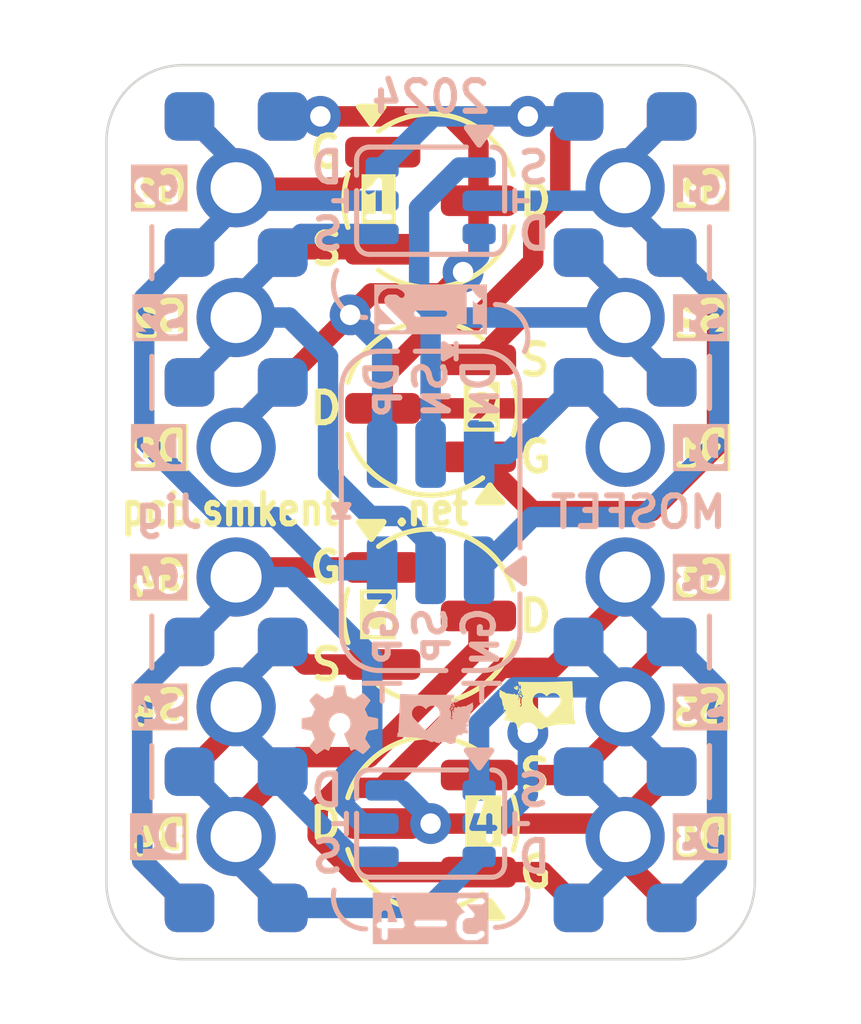
<source format=kicad_pcb>
(kicad_pcb (version 20240108) (generator "pcbnew") (generator_version "8.0")
  (layers (0 "F.Cu" signal) (31 "B.Cu" signal) (34 "B.Paste" user) (35 "F.Paste" user) (36 "B.SilkS" user "B.Silkscreen") (37 "F.SilkS" user "F.Silkscreen") (38 "B.Mask" user) (39 "F.Mask" user) (44 "Edge.Cuts" user))
  (net 0 "")
  (net 1 "L5")
  (net 2 "L6")
  (net 3 "L1")
  (net 4 "L3")
  (net 5 "L4")
  (net 6 "L2")
  (net 7 "R5")
  (net 8 "R4")
  (net 9 "R3")
  (net 10 "R6")
  (net 11 "R1")
  (net 12 "R2")
  (footprint "custom:R_0603_1608Metric_Pad0.98x0.95mm_HandSolder_simple" (layer "F.Cu") (at 109.22 100.203 180)
    (property "Reference" "R9" (hide yes))
    (property "Value" "10K")
    (pad "1" smd roundrect (at -0.9125 0 180) (size 0.975 0.95) (layers "F.Cu" "F.Paste" "F.Mask") (net 11 "R1"))
    (pad "2" smd roundrect (at 0.9125 0 180) (size 0.975 0.95) (layers "F.Cu" "F.Paste" "F.Mask") (net 9 "R3"))
  )
  (footprint "custom:R_0603_1608Metric_Pad0.98x0.95mm_HandSolder_simple" (layer "F.Cu") (at 101.6 113.03)
    (property "Reference" "R5" (hide yes))
    (property "Value" "10K")
    (pad "1" smd roundrect (at -0.9125 0) (size 0.975 0.95) (layers "F.Cu" "F.Paste" "F.Mask") (net 1 "L5"))
    (pad "2" smd roundrect (at 0.9125 0) (size 0.975 0.95) (layers "F.Cu" "F.Paste" "F.Mask") (net 2 "L6"))
  )
  (footprint "custom:R_0603_1608Metric_Pad0.98x0.95mm_HandSolder_simple" (layer "F.Cu") (at 109.22 113.03)
    (property "Reference" "R11" (hide yes))
    (property "Value" "10K")
    (pad "1" smd roundrect (at -0.9125 0) (size 0.975 0.95) (layers "F.Cu" "F.Paste" "F.Mask") (net 7 "R5"))
    (pad "2" smd roundrect (at 0.9125 0) (size 0.975 0.95) (layers "F.Cu" "F.Paste" "F.Mask") (net 10 "R6"))
  )
  (footprint "custom:R_0603_1608Metric_Pad0.98x0.95mm_HandSolder_simple" (layer "F.Cu") (at 101.6 105.41)
    (property "Reference" "R2" (hide yes))
    (property "Value" "10K")
    (pad "1" smd roundrect (at -0.9125 0) (size 0.975 0.95) (layers "F.Cu" "F.Paste" "F.Mask") (net 6 "L2"))
    (pad "2" smd roundrect (at 0.9125 0) (size 0.975 0.95) (layers "F.Cu" "F.Paste" "F.Mask") (net 4 "L3"))
  )
  (footprint "custom:R_0603_1608Metric_Pad0.98x0.95mm_HandSolder_simple" (layer "F.Cu") (at 109.22 110.49)
    (property "Reference" "R10" (hide yes))
    (property "Value" "10K")
    (pad "1" smd roundrect (at -0.9125 0) (size 0.975 0.95) (layers "F.Cu" "F.Paste" "F.Mask") (net 8 "R4"))
    (pad "2" smd roundrect (at 0.9125 0) (size 0.975 0.95) (layers "F.Cu" "F.Paste" "F.Mask") (net 7 "R5"))
  )
  (footprint "custom:R_0603_1608Metric_Pad0.98x0.95mm_HandSolder_simple" (layer "F.Cu") (at 109.22 102.87 180)
    (property "Reference" "R7" (hide yes))
    (property "Value" "10K")
    (pad "1" smd roundrect (at -0.9125 0 180) (size 0.975 0.95) (layers "F.Cu" "F.Paste" "F.Mask") (net 11 "R1"))
    (pad "2" smd roundrect (at 0.9125 0 180) (size 0.975 0.95) (layers "F.Cu" "F.Paste" "F.Mask") (net 12 "R2"))
  )
  (footprint "graphics:wa-state-heart-1.5mm" (layer "F.Cu") (at 107.5 111.75)
    (property "Reference" "G***" (hide yes))
    (property "Value" "LOGO" (hide yes))
  )
  (footprint "custom:R_0603_1608Metric_Pad0.98x0.95mm_HandSolder_simple" (layer "F.Cu") (at 101.6 102.87)
    (property "Reference" "R1" (hide yes))
    (property "Value" "10K")
    (pad "1" smd roundrect (at -0.9125 0) (size 0.975 0.95) (layers "F.Cu" "F.Paste" "F.Mask") (net 3 "L1"))
    (pad "2" smd roundrect (at 0.9125 0) (size 0.975 0.95) (layers "F.Cu" "F.Paste" "F.Mask") (net 6 "L2"))
  )
  (footprint "custom:SOT-23_mosfet" (layer "F.Cu") (at 105.41 114.046 180)
    (property "Reference" "Q6" (hide yes))
    (property "Value" "BSS138")
    (fp_text user "G" (at -1.675 -0.95 0) (layer "F.SilkS") (effects (font (size 0.6 0.6) (thickness 0.12)) (justify left)))
    (fp_text user "S" (at -1.675 0.95 0) (layer "F.SilkS") (effects (font (size 0.6 0.6) (thickness 0.12)) (justify left)))
    (fp_text user "D" (at 1.675 0 0) (layer "F.SilkS") (effects (font (size 0.6 0.6) (thickness 0.12)) (justify right)))
    (pad "1" smd roundrect (at -0.9375 -0.95 180) (size 1.475 0.6) (layers "F.Cu" "F.Paste" "F.Mask") (net 8 "R4"))
    (pad "2" smd roundrect (at -0.9375 0.95 180) (size 1.475 0.6) (layers "F.Cu" "F.Paste" "F.Mask") (net 7 "R5"))
    (pad "3" smd roundrect (at 0.9375 0 180) (size 1.475 0.6) (layers "F.Cu" "F.Paste" "F.Mask") (net 10 "R6"))
  )
  (footprint "custom:R_0603_1608Metric_Pad0.98x0.95mm_HandSolder_simple" (layer "F.Cu") (at 109.22 105.41 180)
    (property "Reference" "R8" (hide yes))
    (property "Value" "10K")
    (pad "1" smd roundrect (at -0.9125 0 180) (size 0.975 0.95) (layers "F.Cu" "F.Paste" "F.Mask") (net 12 "R2"))
    (pad "2" smd roundrect (at 0.9125 0 180) (size 0.975 0.95) (layers "F.Cu" "F.Paste" "F.Mask") (net 9 "R3"))
  )
  (footprint "custom:R_0603_1608Metric_Pad0.98x0.95mm_HandSolder_simple" (layer "F.Cu") (at 101.6 115.697)
    (property "Reference" "R6" (hide yes))
    (property "Value" "10K")
    (pad "1" smd roundrect (at -0.9125 0) (size 0.975 0.95) (layers "F.Cu" "F.Paste" "F.Mask") (net 5 "L4"))
    (pad "2" smd roundrect (at 0.9125 0) (size 0.975 0.95) (layers "F.Cu" "F.Paste" "F.Mask") (net 2 "L6"))
  )
  (footprint "custom:SOT-23_mosfet" (layer "F.Cu") (at 105.41 105.918 180)
    (property "Reference" "Q2" (hide yes))
    (property "Value" "BSS138")
    (fp_text user "S" (at -1.675 0.95 0) (layer "F.SilkS") (effects (font (size 0.6 0.6) (thickness 0.12)) (justify left)))
    (fp_text user "G" (at -1.675 -0.95 0) (layer "F.SilkS") (effects (font (size 0.6 0.6) (thickness 0.12)) (justify left)))
    (fp_text user "D" (at 1.675 0 0) (layer "F.SilkS") (effects (font (size 0.6 0.6) (thickness 0.12)) (justify right)))
    (pad "1" smd roundrect (at -0.9375 -0.95 180) (size 1.475 0.6) (layers "F.Cu" "F.Paste" "F.Mask") (net 11 "R1"))
    (pad "2" smd roundrect (at -0.9375 0.95 180) (size 1.475 0.6) (layers "F.Cu" "F.Paste" "F.Mask") (net 12 "R2"))
    (pad "3" smd roundrect (at 0.9375 0 180) (size 1.475 0.6) (layers "F.Cu" "F.Paste" "F.Mask") (net 9 "R3"))
  )
  (footprint "graphics:oshw-logo-1.5mm" (layer "F.Cu") (at 103.632 112.014)
    (property "Reference" "G***" (hide yes))
    (property "Value" "LOGO" (hide yes))
  )
  (footprint "custom:SOT-23_mosfet" (layer "F.Cu") (at 105.41 109.982)
    (property "Reference" "Q5" (hide yes))
    (property "Value" "BSS138")
    (fp_text user "S" (at -1.675 0.95 0) (layer "F.SilkS") (effects (font (size 0.6 0.6) (thickness 0.12)) (justify right)))
    (fp_text user "G" (at -1.675 -0.95 0) (layer "F.SilkS") (effects (font (size 0.6 0.6) (thickness 0.12)) (justify right)))
    (fp_text user "D" (at 1.675 0 0) (layer "F.SilkS") (effects (font (size 0.6 0.6) (thickness 0.12)) (justify left)))
    (pad "1" smd roundrect (at -0.9375 -0.95) (size 1.475 0.6) (layers "F.Cu" "F.Paste" "F.Mask") (net 5 "L4"))
    (pad "2" smd roundrect (at -0.9375 0.95) (size 1.475 0.6) (layers "F.Cu" "F.Paste" "F.Mask") (net 1 "L5"))
    (pad "3" smd roundrect (at 0.9375 0) (size 1.475 0.6) (layers "F.Cu" "F.Paste" "F.Mask") (net 2 "L6"))
  )
  (footprint "custom:R_0603_1608Metric_Pad0.98x0.95mm_HandSolder_simple" (layer "F.Cu") (at 101.6 110.49)
    (property "Reference" "R4" (hide yes))
    (property "Value" "10K")
    (pad "1" smd roundrect (at -0.9125 0) (size 0.975 0.95) (layers "F.Cu" "F.Paste" "F.Mask") (net 5 "L4"))
    (pad "2" smd roundrect (at 0.9125 0) (size 0.975 0.95) (layers "F.Cu" "F.Paste" "F.Mask") (net 1 "L5"))
  )
  (footprint "custom:R_0603_1608Metric_Pad0.98x0.95mm_HandSolder_simple" (layer "F.Cu") (at 109.22 115.697)
    (property "Reference" "R12" (hide yes))
    (property "Value" "10K")
    (pad "1" smd roundrect (at -0.9125 0) (size 0.975 0.95) (layers "F.Cu" "F.Paste" "F.Mask") (net 8 "R4"))
    (pad "2" smd roundrect (at 0.9125 0) (size 0.975 0.95) (layers "F.Cu" "F.Paste" "F.Mask") (net 10 "R6"))
  )
  (footprint "custom:SOT-23_mosfet" (layer "F.Cu") (at 105.41 101.854)
    (property "Reference" "Q1" (hide yes))
    (property "Value" "BSS138")
    (fp_text user "G" (at -1.675 -0.95 0) (layer "F.SilkS") (effects (font (size 0.6 0.6) (thickness 0.12)) (justify right)))
    (fp_text user "S" (at -1.675 0.95 0) (layer "F.SilkS") (effects (font (size 0.6 0.6) (thickness 0.12)) (justify right)))
    (fp_text user "D" (at 1.675 0 0) (layer "F.SilkS") (effects (font (size 0.6 0.6) (thickness 0.12)) (justify left)))
    (pad "1" smd roundrect (at -0.9375 -0.95) (size 1.475 0.6) (layers "F.Cu" "F.Paste" "F.Mask") (net 3 "L1"))
    (pad "2" smd roundrect (at -0.9375 0.95) (size 1.475 0.6) (layers "F.Cu" "F.Paste" "F.Mask") (net 6 "L2"))
    (pad "3" smd roundrect (at 0.9375 0) (size 1.475 0.6) (layers "F.Cu" "F.Paste" "F.Mask") (net 4 "L3"))
  )
  (footprint "custom:R_0603_1608Metric_Pad0.98x0.95mm_HandSolder_simple" (layer "F.Cu") (at 101.6 100.203)
    (property "Reference" "R3" (hide yes))
    (property "Value" "10K")
    (pad "1" smd roundrect (at -0.9125 0) (size 0.975 0.95) (layers "F.Cu" "F.Paste" "F.Mask") (net 3 "L1"))
    (pad "2" smd roundrect (at 0.9125 0) (size 0.975 0.95) (layers "F.Cu" "F.Paste" "F.Mask") (net 4 "L3"))
  )
  (footprint "custom:R_0603_1608Metric_Pad0.98x0.95mm_HandSolder_simple" (layer "B.Cu") (at 109.22 100.203 180)
    (property "Reference" "R21" (hide yes))
    (property "Value" "10K")
    (pad "1" smd roundrect (at -0.9125 0 180) (size 0.975 0.95) (layers "B.Cu" "B.Paste" "B.Mask") (net 11 "R1"))
    (pad "2" smd roundrect (at 0.9125 0 180) (size 0.975 0.95) (layers "B.Cu" "B.Paste" "B.Mask") (net 9 "R3"))
  )
  (footprint "graphics:oshw-logo-1.5mm" (layer "B.Cu") (at 103.632 112.014 180)
    (property "Reference" "G***" (hide yes))
    (property "Value" "LOGO" (hide yes))
  )
  (footprint "custom:R_0603_1608Metric_Pad0.98x0.95mm_HandSolder_simple" (layer "B.Cu") (at 109.22 110.49 180)
    (property "Reference" "R22" (hide yes))
    (property "Value" "10K")
    (pad "1" smd roundrect (at -0.9125 0 180) (size 0.975 0.95) (layers "B.Cu" "B.Paste" "B.Mask") (net 8 "R4"))
    (pad "2" smd roundrect (at 0.9125 0 180) (size 0.975 0.95) (layers "B.Cu" "B.Paste" "B.Mask") (net 7 "R5"))
  )
  (footprint "custom:PinHeader_1x06_P2.54mm_Vertical_slim_simple" (layer "B.Cu") (at 109.22 101.6 180)
    (property "Reference" "J2" (hide yes))
    (property "Value" "Pin headers")
    (pad "1" thru_hole oval (at 0 0 180) (size 1.55 1.55) (drill 1) (layers "*.Cu" "*.Mask") (net 11 "R1"))
    (pad "2" thru_hole oval (at 0 -2.54 180) (size 1.55 1.55) (drill 1) (layers "*.Cu" "*.Mask") (net 12 "R2"))
    (pad "3" thru_hole oval (at 0 -5.08 180) (size 1.55 1.55) (drill 1) (layers "*.Cu" "*.Mask") (net 9 "R3"))
    (pad "4" thru_hole oval (at 0 -7.62 180) (size 1.55 1.55) (drill 1) (layers "*.Cu" "*.Mask") (net 8 "R4"))
    (pad "5" thru_hole oval (at 0 -10.16 180) (size 1.55 1.55) (drill 1) (layers "*.Cu" "*.Mask") (net 7 "R5"))
    (pad "6" thru_hole oval (at 0 -12.7 180) (size 1.55 1.55) (drill 1) (layers "*.Cu" "*.Mask") (net 10 "R6"))
  )
  (footprint "custom:R_0603_1608Metric_Pad0.98x0.95mm_HandSolder_simple" (layer "B.Cu") (at 101.6 100.203)
    (property "Reference" "R15" (hide yes))
    (property "Value" "10K")
    (pad "1" smd roundrect (at -0.9125 0) (size 0.975 0.95) (layers "B.Cu" "B.Paste" "B.Mask") (net 3 "L1"))
    (pad "2" smd roundrect (at 0.9125 0) (size 0.975 0.95) (layers "B.Cu" "B.Paste" "B.Mask") (net 4 "L3"))
  )
  (footprint "custom:SOT-23-6_G1NP02LLE_mosfet" (layer "B.Cu") (at 105.41 107.95 90)
    (property "Reference" "Q3" (hide yes))
    (property "Value" "G1NP02LLE")
    (fp_text user "S_{P}" (at -1.8 0 90) (layer "B.SilkS") (effects (font (size 0.6 0.6) (thickness 0.12) (bold yes)) (justify left mirror)))
    (fp_text user "G_{P}" (at -1.8 -0.95 90) (layer "B.SilkS") (effects (font (size 0.6 0.6) (thickness 0.12) (bold yes)) (justify left mirror)))
    (fp_text user "D_{N}" (at 1.8 0.95 90) (layer "B.SilkS") (effects (font (size 0.6 0.6) (thickness 0.12) (bold yes)) (justify right mirror)))
    (fp_text user "D_{P}" (at 1.8 -0.95 90) (layer "B.SilkS") (effects (font (size 0.6 0.6) (thickness 0.12) (bold yes)) (justify right mirror)))
    (fp_text user "S_{N}" (at 1.8 0 90) (layer "B.SilkS") (effects (font (size 0.6 0.6) (thickness 0.12) (bold yes)) (justify right mirror)))
    (fp_text user "G_{N}" (at -1.8 0.95 90) (layer "B.SilkS") (effects (font (size 0.6 0.6) (thickness 0.12) (bold yes)) (justify left mirror)))
    (pad "1" smd roundrect (at -1.1375 0.95 90) (size 1.325 0.6) (layers "B.Cu" "B.Paste" "B.Mask") (net 11 "R1"))
    (pad "2" smd roundrect (at -1.1375 0 90) (size 1.325 0.6) (layers "B.Cu" "B.Paste" "B.Mask") (net 6 "L2"))
    (pad "3" smd roundrect (at -1.1375 -0.95 90) (size 1.325 0.6) (layers "B.Cu" "B.Paste" "B.Mask") (net 3 "L1"))
    (pad "4" smd roundrect (at 1.1375 -0.95 90) (size 1.325 0.6) (layers "B.Cu" "B.Paste" "B.Mask") (net 4 "L3"))
    (pad "5" smd roundrect (at 1.1375 0 90) (size 1.325 0.6) (layers "B.Cu" "B.Paste" "B.Mask") (net 12 "R2"))
    (pad "6" smd roundrect (at 1.1375 0.95 90) (size 1.325 0.6) (layers "B.Cu" "B.Paste" "B.Mask") (net 9 "R3"))
  )
  (footprint "custom:R_0603_1608Metric_Pad0.98x0.95mm_HandSolder_simple" (layer "B.Cu") (at 109.22 102.87 180)
    (property "Reference" "R19" (hide yes))
    (property "Value" "10K")
    (pad "1" smd roundrect (at -0.9125 0 180) (size 0.975 0.95) (layers "B.Cu" "B.Paste" "B.Mask") (net 11 "R1"))
    (pad "2" smd roundrect (at 0.9125 0 180) (size 0.975 0.95) (layers "B.Cu" "B.Paste" "B.Mask") (net 12 "R2"))
  )
  (footprint "custom:R_0603_1608Metric_Pad0.98x0.95mm_HandSolder_simple" (layer "B.Cu") (at 109.22 113.03 180)
    (property "Reference" "R23" (hide yes))
    (property "Value" "10K")
    (pad "1" smd roundrect (at -0.9125 0 180) (size 0.975 0.95) (layers "B.Cu" "B.Paste" "B.Mask") (net 7 "R5"))
    (pad "2" smd roundrect (at 0.9125 0 180) (size 0.975 0.95) (layers "B.Cu" "B.Paste" "B.Mask") (net 10 "R6"))
  )
  (footprint "custom:R_0603_1608Metric_Pad0.98x0.95mm_HandSolder_simple" (layer "B.Cu") (at 101.6 115.697)
    (property "Reference" "R18" (hide yes))
    (property "Value" "10K")
    (pad "1" smd roundrect (at -0.9125 0) (size 0.975 0.95) (layers "B.Cu" "B.Paste" "B.Mask") (net 5 "L4"))
    (pad "2" smd roundrect (at 0.9125 0) (size 0.975 0.95) (layers "B.Cu" "B.Paste" "B.Mask") (net 2 "L6"))
  )
  (footprint "custom:R_0603_1608Metric_Pad0.98x0.95mm_HandSolder_simple" (layer "B.Cu") (at 109.22 115.697 180)
    (property "Reference" "R24" (hide yes))
    (property "Value" "10K")
    (pad "1" smd roundrect (at -0.9125 0 180) (size 0.975 0.95) (layers "B.Cu" "B.Paste" "B.Mask") (net 8 "R4"))
    (pad "2" smd roundrect (at 0.9125 0 180) (size 0.975 0.95) (layers "B.Cu" "B.Paste" "B.Mask") (net 10 "R6"))
  )
  (footprint "graphics:wa-state-heart-1.5mm" (layer "B.Cu") (at 105.5 112 180)
    (property "Reference" "G***" (hide yes))
    (property "Value" "LOGO" (hide yes))
  )
  (footprint "custom:R_0603_1608Metric_Pad0.98x0.95mm_HandSolder_simple" (layer "B.Cu") (at 109.22 105.41 180)
    (property "Reference" "R20" (hide yes))
    (property "Value" "10K")
    (pad "1" smd roundrect (at -0.9125 0 180) (size 0.975 0.95) (layers "B.Cu" "B.Paste" "B.Mask") (net 12 "R2"))
    (pad "2" smd roundrect (at 0.9125 0 180) (size 0.975 0.95) (layers "B.Cu" "B.Paste" "B.Mask") (net 9 "R3"))
  )
  (footprint "custom:PinHeader_1x06_P2.54mm_Vertical_slim_simple" (layer "B.Cu") (at 101.6 101.6 180)
    (property "Reference" "J1" (hide yes))
    (property "Value" "Pin headers")
    (pad "1" thru_hole oval (at 0 0 180) (size 1.55 1.55) (drill 1) (layers "*.Cu" "*.Mask") (net 3 "L1"))
    (pad "2" thru_hole oval (at 0 -2.54 180) (size 1.55 1.55) (drill 1) (layers "*.Cu" "*.Mask") (net 6 "L2"))
    (pad "3" thru_hole oval (at 0 -5.08 180) (size 1.55 1.55) (drill 1) (layers "*.Cu" "*.Mask") (net 4 "L3"))
    (pad "4" thru_hole oval (at 0 -7.62 180) (size 1.55 1.55) (drill 1) (layers "*.Cu" "*.Mask") (net 5 "L4"))
    (pad "5" thru_hole oval (at 0 -10.16 180) (size 1.55 1.55) (drill 1) (layers "*.Cu" "*.Mask") (net 1 "L5"))
    (pad "6" thru_hole oval (at 0 -12.7 180) (size 1.55 1.55) (drill 1) (layers "*.Cu" "*.Mask") (net 2 "L6"))
  )
  (footprint "custom:R_0603_1608Metric_Pad0.98x0.95mm_HandSolder_simple" (layer "B.Cu") (at 101.6 110.49)
    (property "Reference" "R16" (hide yes))
    (property "Value" "10K")
    (pad "1" smd roundrect (at -0.9125 0) (size 0.975 0.95) (layers "B.Cu" "B.Paste" "B.Mask") (net 5 "L4"))
    (pad "2" smd roundrect (at 0.9125 0) (size 0.975 0.95) (layers "B.Cu" "B.Paste" "B.Mask") (net 1 "L5"))
  )
  (footprint "custom:SOT-363_SC-70-6_mosfet" (layer "B.Cu") (at 105.41 114.046 180)
    (property "Reference" "Q7" (hide yes))
    (property "Value" "2N7002DW")
    (fp_text user "S" (at -1.65 0.65 0) (layer "B.SilkS") (effects (font (size 0.6 0.6) (thickness 0.12) (bold yes)) (justify right mirror)))
    (fp_text user "D" (at -1.65 -0.65 0) (layer "B.SilkS") (effects (font (size 0.6 0.6) (thickness 0.12) (bold yes)) (justify right mirror)))
    (fp_text user "D" (at 1.65 0.65 0) (layer "B.SilkS") (effects (font (size 0.6 0.6) (thickness 0.12) (bold yes)) (justify left mirror)))
    (fp_text user "S" (at 1.65 -0.65 0) (layer "B.SilkS") (effects (font (size 0.6 0.6) (thickness 0.12) (bold yes)) (justify left mirror)))
    (pad "1" smd roundrect (at -0.95 0.65 180) (size 0.65 0.4) (layers "B.Cu" "B.Paste" "B.Mask") (net 7 "R5"))
    (pad "2" smd roundrect (at -0.95 0 180) (size 0.65 0.4) (layers "B.Cu" "B.Paste" "B.Mask") (net 8 "R4"))
    (pad "3" smd roundrect (at -0.95 -0.65 180) (size 0.65 0.4) (layers "B.Cu" "B.Paste" "B.Mask") (net 2 "L6"))
    (pad "4" smd roundrect (at 0.95 -0.65 180) (size 0.65 0.4) (layers "B.Cu" "B.Paste" "B.Mask") (net 1 "L5"))
    (pad "5" smd roundrect (at 0.95 0 180) (size 0.65 0.4) (layers "B.Cu" "B.Paste" "B.Mask") (net 5 "L4"))
    (pad "6" smd roundrect (at 0.95 0.65 180) (size 0.65 0.4) (layers "B.Cu" "B.Paste" "B.Mask") (net 10 "R6"))
  )
  (footprint "custom:R_0603_1608Metric_Pad0.98x0.95mm_HandSolder_simple" (layer "B.Cu") (at 101.6 113.03 180)
    (property "Reference" "R17" (hide yes))
    (property "Value" "10K")
    (pad "1" smd roundrect (at -0.9125 0 180) (size 0.975 0.95) (layers "B.Cu" "B.Paste" "B.Mask") (net 1 "L5"))
    (pad "2" smd roundrect (at 0.9125 0 180) (size 0.975 0.95) (layers "B.Cu" "B.Paste" "B.Mask") (net 2 "L6"))
  )
  (footprint "custom:SOT-363_SC-70-6_mosfet" (layer "B.Cu") (at 105.41 101.854 180)
    (property "Reference" "Q4" (hide yes))
    (property "Value" "2N7002DW")
    (fp_text user "D" (at -1.65 -0.65 0) (layer "B.SilkS") (effects (font (size 0.6 0.6) (thickness 0.12) (bold yes)) (justify right mirror)))
    (fp_text user "S" (at -1.65 0.65 0) (layer "B.SilkS") (effects (font (size 0.6 0.6) (thickness 0.12) (bold yes)) (justify right mirror)))
    (fp_text user "S" (at 1.65 -0.65 0) (layer "B.SilkS") (effects (font (size 0.6 0.6) (thickness 0.12) (bold yes)) (justify left mirror)))
    (fp_text user "D" (at 1.65 0.65 0) (layer "B.SilkS") (effects (font (size 0.6 0.6) (thickness 0.12) (bold yes)) (justify left mirror)))
    (pad "1" smd roundrect (at -0.95 0.65 180) (size 0.65 0.4) (layers "B.Cu" "B.Paste" "B.Mask") (net 12 "R2"))
    (pad "2" smd roundrect (at -0.95 0 180) (size 0.65 0.4) (layers "B.Cu" "B.Paste" "B.Mask") (net 11 "R1"))
    (pad "3" smd roundrect (at -0.95 -0.65 180) (size 0.65 0.4) (layers "B.Cu" "B.Paste" "B.Mask") (net 4 "L3"))
    (pad "4" smd roundrect (at 0.95 -0.65 180) (size 0.65 0.4) (layers "B.Cu" "B.Paste" "B.Mask") (net 6 "L2"))
    (pad "5" smd roundrect (at 0.95 0 180) (size 0.65 0.4) (layers "B.Cu" "B.Paste" "B.Mask") (net 3 "L1"))
    (pad "6" smd roundrect (at 0.95 0.65 180) (size 0.65 0.4) (layers "B.Cu" "B.Paste" "B.Mask") (net 9 "R3"))
  )
  (footprint "custom:R_0603_1608Metric_Pad0.98x0.95mm_HandSolder_simple" (layer "B.Cu") (at 101.6 102.87)
    (property "Reference" "R13" (hide yes))
    (property "Value" "10K")
    (pad "1" smd roundrect (at -0.9125 0) (size 0.975 0.95) (layers "B.Cu" "B.Paste" "B.Mask") (net 3 "L1"))
    (pad "2" smd roundrect (at 0.9125 0) (size 0.975 0.95) (layers "B.Cu" "B.Paste" "B.Mask") (net 6 "L2"))
  )
  (footprint "custom:R_0603_1608Metric_Pad0.98x0.95mm_HandSolder_simple" (layer "B.Cu") (at 101.6 105.41)
    (property "Reference" "R14" (hide yes))
    (property "Value" "10K")
    (pad "1" smd roundrect (at -0.9125 0) (size 0.975 0.95) (layers "B.Cu" "B.Paste" "B.Mask") (net 6 "L2"))
    (pad "2" smd roundrect (at 0.9125 0) (size 0.975 0.95) (layers "B.Cu" "B.Paste" "B.Mask") (net 4 "L3"))
  )
  (gr_arc (start 104.14 104.14) (mid 103.599837 103.838839) (end 103.572039 103.221019) (stroke (width 0.1)) (layer "B.SilkS"))
  (gr_line (start 110.871 112.522) (end 110.871 113.538) (stroke (width 0.1)) (layer "B.SilkS"))
  (gr_line (start 99.949 113.538) (end 99.949 112.522) (stroke (width 0.1)) (layer "B.SilkS"))
  (gr_line (start 110.871 109.982) (end 110.871 110.998) (stroke (width 0.1)) (layer "B.SilkS"))
  (gr_line (start 99.949 110.998) (end 99.949 109.982) (stroke (width 0.1)) (layer "B.SilkS"))
  (gr_line (start 110.871 104.902) (end 110.871 105.918) (stroke (width 0.1)) (layer "B.SilkS"))
  (gr_line (start 110.871 102.362) (end 110.871 103.378) (stroke (width 0.1)) (layer "B.SilkS"))
  (gr_line (start 99.949 103.378) (end 99.949 102.362) (stroke (width 0.1)) (layer "B.SilkS"))
  (gr_arc (start 104.14 116.107981) (mid 103.648928 115.875564) (end 103.517331 115.348447) (stroke (width 0.1)) (layer "B.SilkS"))
  (gr_arc (start 107.302669 115.318466) (mid 107.171073 115.845583) (end 106.68 116.078) (stroke (width 0.1)) (layer "B.SilkS"))
  (gr_line (start 99.949 105.918) (end 99.949 104.902) (stroke (width 0.1)) (layer "B.SilkS"))
  (gr_arc (start 106.68 103.886) (mid 107.220163 104.187161) (end 107.247961 104.804981) (stroke (width 0.1)) (layer "B.SilkS"))
  (gr_line (start 99.949 104.902) (end 99.949 105.918) (stroke (width 0.1)) (layer "F.SilkS"))
  (gr_line (start 110.871 105.918) (end 110.871 104.902) (stroke (width 0.1)) (layer "F.SilkS"))
  (gr_line (start 110.871 110.998) (end 110.871 109.982) (stroke (width 0.1)) (layer "F.SilkS"))
  (gr_line (start 99.949 112.522) (end 99.949 113.538) (stroke (width 0.1)) (layer "F.SilkS"))
  (gr_line (start 110.871 103.378) (end 110.871 102.362) (stroke (width 0.1)) (layer "F.SilkS"))
  (gr_line (start 99.949 109.982) (end 99.949 110.998) (stroke (width 0.1)) (layer "F.SilkS"))
  (gr_line (start 110.871 113.538) (end 110.871 112.522) (stroke (width 0.1)) (layer "F.SilkS"))
  (gr_line (start 99.949 102.362) (end 99.949 103.378) (stroke (width 0.1)) (layer "F.SilkS"))
  (gr_poly (pts (arc (start 111.76 100.7) (mid 111.32066 99.63934) (end 110.26 99.2)) (arc (start 100.56 99.2) (mid 99.49934 99.63934) (end 99.06 100.7)) (arc (start 99.06 115.2) (mid 99.49934 116.26066) (end 100.56 116.7)) (arc (start 110.26 116.7) (mid 111.32066 116.26066) (end 111.76 115.2))) (stroke (width 0.05)) (fill none) (layer "Edge.Cuts"))
  (gr_text "1-2" (at 105.41 104.013 -0) (layer "B.SilkS" knockout) (effects (font (size 0.7 0.7) (thickness 0.12) (bold yes)) (justify mirror)))
  (gr_text "G_{4}" (at 100.711 109.22 0) (layer "B.SilkS" knockout) (effects (font (size 0.6 0.6) (thickness 0.12) (bold yes)) (justify left mirror)))
  (gr_text "3-4" (at 105.41 115.951 -0) (layer "B.SilkS" knockout) (effects (font (size 0.7 0.7) (thickness 0.12) (bold yes)) (justify mirror)))
  (gr_text "S_{3}" (at 110.109 111.76 0) (layer "B.SilkS" knockout) (effects (font (size 0.6 0.6) (thickness 0.12) (bold yes)) (justify right mirror)))
  (gr_text "G_{3}" (at 110.109 109.22 0) (layer "B.SilkS" knockout) (effects (font (size 0.6 0.6) (thickness 0.12) (bold yes)) (justify right mirror)))
  (gr_text "S_{2}" (at 100.711 104.14 0) (layer "B.SilkS" knockout) (effects (font (size 0.6 0.6) (thickness 0.12) (bold yes)) (justify left mirror)))
  (gr_text "D_{3}" (at 110.109 114.3 0) (layer "B.SilkS" knockout) (effects (font (size 0.6 0.6) (thickness 0.12) (bold yes)) (justify right mirror)))
  (gr_text "D_{1}" (at 110.109 106.68 0) (layer "B.SilkS" knockout) (effects (font (size 0.6 0.6) (thickness 0.12) (bold yes)) (justify right mirror)))
  (gr_text "G_{1}" (at 110.109 101.6 0) (layer "B.SilkS" knockout) (effects (font (size 0.6 0.6) (thickness 0.12) (bold yes)) (justify right mirror)))
  (gr_text "D_{4}" (at 100.711 114.3 0) (layer "B.SilkS" knockout) (effects (font (size 0.6 0.6) (thickness 0.12) (bold yes)) (justify left mirror)))
  (gr_text "2024" (at 105.41 99.822 0) (layer "B.SilkS") (effects (font (size 0.6 0.6) (thickness 0.12) (bold yes)) (justify mirror)))
  (gr_text "D_{2}" (at 100.711 106.68 0) (layer "B.SilkS" knockout) (effects (font (size 0.6 0.6) (thickness 0.12) (bold yes)) (justify left mirror)))
  (gr_text "G_{2}" (at 100.711 101.6 0) (layer "B.SilkS" knockout) (effects (font (size 0.6 0.6) (thickness 0.12) (bold yes)) (justify left mirror)))
  (gr_text "S_{1}" (at 110.109 104.14 0) (layer "B.SilkS" knockout) (effects (font (size 0.6 0.6) (thickness 0.12) (bold yes)) (justify right mirror)))
  (gr_text "S_{4}" (at 100.711 111.76 0) (layer "B.SilkS" knockout) (effects (font (size 0.6 0.6) (thickness 0.12) (bold yes)) (justify left mirror)))
  (gr_text "MOSFET               Jig" (at 105.41 107.95 0) (layer "B.SilkS") (effects (font (size 0.6 0.6) (thickness 0.12) (bold yes)) (justify mirror)))
  (gr_text "4" (at 106.426 114.046 0) (layer "F.SilkS" knockout) (effects (font (size 0.7 0.7) (thickness 0.12) (bold yes))))
  (gr_text "D_{4}" (at 110.109 114.3 0) (layer "F.SilkS" knockout) (effects (font (size 0.6 0.6) (thickness 0.12) (bold yes)) (justify left)))
  (gr_text "3" (at 104.394 109.982 0) (layer "F.SilkS" knockout) (effects (font (size 0.7 0.7) (thickness 0.12) (bold yes))))
  (gr_text "G_{4}" (at 110.109 109.22 0) (layer "F.SilkS" knockout) (effects (font (size 0.6 0.6) (thickness 0.12) (bold yes)) (justify left)))
  (gr_text "S_{2}" (at 110.109 104.14 0) (layer "F.SilkS" knockout) (effects (font (size 0.6 0.6) (thickness 0.12) (bold yes)) (justify left)))
  (gr_text "G_{3}" (at 100.711 109.22 0) (layer "F.SilkS" knockout) (effects (font (size 0.6 0.6) (thickness 0.12) (bold yes)) (justify right)))
  (gr_text "G_{1}" (at 100.711 101.6 0) (layer "F.SilkS" knockout) (effects (font (size 0.6 0.6) (thickness 0.12) (bold yes)) (justify right)))
  (gr_text "2" (at 106.426 105.918 0) (layer "F.SilkS" knockout) (effects (font (size 0.7 0.7) (thickness 0.12) (bold yes))))
  (gr_text "S_{4}" (at 110.109 111.76 0) (layer "F.SilkS" knockout) (effects (font (size 0.6 0.6) (thickness 0.12) (bold yes)) (justify left)))
  (gr_text "pcb.smkent   .net" (at 102.75 108.25 0) (layer "F.SilkS") (effects (font (size 0.6 0.5) (thickness 0.12) (bold yes)) (justify bottom)))
  (gr_text "D_{1}" (at 100.711 106.68 0) (layer "F.SilkS" knockout) (effects (font (size 0.6 0.6) (thickness 0.12) (bold yes)) (justify right)))
  (gr_text "G_{2}" (at 110.109 101.6 0) (layer "F.SilkS" knockout) (effects (font (size 0.6 0.6) (thickness 0.12) (bold yes)) (justify left)))
  (gr_text "S_{3}" (at 100.711 111.76 0) (layer "F.SilkS" knockout) (effects (font (size 0.6 0.6) (thickness 0.12) (bold yes)) (justify right)))
  (gr_text "D_{3}" (at 100.711 114.3 0) (layer "F.SilkS" knockout) (effects (font (size 0.6 0.6) (thickness 0.12) (bold yes)) (justify right)))
  (gr_text "1" (at 104.394 101.854 0) (layer "F.SilkS" knockout) (effects (font (size 0.7 0.7) (thickness 0.12) (bold yes))))
  (gr_text "D_{2}" (at 110.109 106.68 0) (layer "F.SilkS" knockout) (effects (font (size 0.6 0.6) (thickness 0.12) (bold yes)) (justify left)))
  (gr_text "S_{1}" (at 100.711 104.14 0) (layer "F.SilkS" knockout) (effects (font (size 0.6 0.6) (thickness 0.12) (bold yes)) (justify right)))
  (segment (start 101.6 111.76) (end 101.6 111.4025) (width 0.4) (layer "F.Cu") (net 1))
  (segment (start 101.6 111.4025) (end 102.5125 110.49) (width 0.4) (layer "F.Cu") (net 1))
  (segment (start 101.6 112.1175) (end 100.6875 113.03) (width 0.4) (layer "F.Cu") (net 1))
  (segment (start 104.4725 110.932) (end 102.9545 110.932) (width 0.4) (layer "F.Cu") (net 1))
  (segment (start 101.6 111.76) (end 101.6 112.1175) (width 0.4) (layer "F.Cu") (net 1))
  (segment (start 102.9545 110.932) (end 102.5125 110.49) (width 0.4) (layer "F.Cu") (net 1))
  (segment (start 101.6 112.1175) (end 102.5125 113.03) (width 0.4) (layer "B.Cu") (net 1))
  (segment (start 103.876594 114.696) (end 102.5125 113.331906) (width 0.4) (layer "B.Cu") (net 1))
  (segment (start 102.5125 113.331906) (end 102.5125 113.03) (width 0.4) (layer "B.Cu") (net 1))
  (segment (start 104.46 114.696) (end 103.876594 114.696) (width 0.4) (layer "B.Cu") (net 1))
  (segment (start 101.6 111.4025) (end 102.5125 110.49) (width 0.4) (layer "B.Cu") (net 1))
  (segment (start 101.6 111.76) (end 101.6 111.4025) (width 0.4) (layer "B.Cu") (net 1))
  (segment (start 101.6 111.76) (end 101.6 112.1175) (width 0.4) (layer "B.Cu") (net 1))
  (segment (start 101.6 114.7845) (end 102.5125 115.697) (width 0.4) (layer "F.Cu") (net 2))
  (segment (start 102.7965 112.746) (end 104.210472 112.746) (width 0.4) (layer "F.Cu") (net 2))
  (segment (start 101.6 113.9425) (end 102.5125 113.03) (width 0.4) (layer "F.Cu") (net 2))
  (segment (start 101.6 114.3) (end 101.6 113.9425) (width 0.4) (layer "F.Cu") (net 2))
  (segment (start 104.210472 112.746) (end 106.3475 110.608972) (width 0.4) (layer "F.Cu") (net 2))
  (segment (start 101.6 114.3) (end 101.6 114.7845) (width 0.4) (layer "F.Cu") (net 2))
  (segment (start 102.5125 113.03) (end 102.7965 112.746) (width 0.4) (layer "F.Cu") (net 2))
  (segment (start 106.3475 110.608972) (end 106.3475 109.982) (width 0.4) (layer "F.Cu") (net 2))
  (segment (start 105.359 115.697) (end 102.5125 115.697) (width 0.4) (layer "B.Cu") (net 2))
  (segment (start 101.6 114.3) (end 101.6 114.7845) (width 0.4) (layer "B.Cu") (net 2))
  (segment (start 106.36 114.696) (end 105.359 115.697) (width 0.4) (layer "B.Cu") (net 2))
  (segment (start 101.6 113.9425) (end 100.6875 113.03) (width 0.4) (layer "B.Cu") (net 2))
  (segment (start 101.6 114.7845) (end 102.5125 115.697) (width 0.4) (layer "B.Cu") (net 2))
  (segment (start 101.6 114.3) (end 101.6 113.9425) (width 0.4) (layer "B.Cu") (net 2))
  (segment (start 101.6 101.1155) (end 100.6875 100.203) (width 0.4) (layer "F.Cu") (net 3))
  (segment (start 103.7765 101.6) (end 101.6 101.6) (width 0.4) (layer "F.Cu") (net 3))
  (segment (start 101.6 101.6) (end 101.6 101.9575) (width 0.4) (layer "F.Cu") (net 3))
  (segment (start 101.6 101.6) (end 101.6 101.1155) (width 0.4) (layer "F.Cu") (net 3))
  (segment (start 101.6 101.9575) (end 100.6875 102.87) (width 0.4) (layer "F.Cu") (net 3))
  (segment (start 104.4725 100.904) (end 103.7765 101.6) (width 0.4) (layer "F.Cu") (net 3))
  (segment (start 101.6 101.6) (end 101.6 101.1155) (width 0.4) (layer "B.Cu") (net 3))
  (segment (start 101.6 101.6) (end 101.6 101.9575) (width 0.4) (layer "B.Cu") (net 3))
  (segment (start 101.854 101.854) (end 104.46 101.854) (width 0.4) (layer "B.Cu") (net 3))
  (segment (start 101.6 101.6) (end 101.854 101.854) (width 0.4) (layer "B.Cu") (net 3))
  (segment (start 101.303299 108.045) (end 99.8 106.541701) (width 0.4) (layer "B.Cu") (net 3))
  (segment (start 104.46 109.0875) (end 103.412043 109.0875) (width 0.4) (layer "B.Cu") (net 3))
  (segment (start 99.8 103.7575) (end 100.6875 102.87) (width 0.4) (layer "B.Cu") (net 3))
  (segment (start 101.6 101.1155) (end 100.6875 100.203) (width 0.4) (layer "B.Cu") (net 3))
  (segment (start 103.412043 109.0875) (end 102.369543 108.045) (width 0.4) (layer "B.Cu") (net 3))
  (segment (start 102.369543 108.045) (end 101.303299 108.045) (width 0.4) (layer "B.Cu") (net 3))
  (segment (start 99.8 106.541701) (end 99.8 103.7575) (width 0.4) (layer "B.Cu") (net 3))
  (segment (start 101.6 101.9575) (end 100.6875 102.87) (width 0.4) (layer "B.Cu") (net 3))
  (segment (start 103.83425 104.08825) (end 102.5125 105.41) (width 0.4) (layer "F.Cu") (net 4))
  (segment (start 106.3475 101.854) (end 106.3475 100.7595) (width 0.4) (layer "F.Cu") (net 4))
  (segment (start 105.791 100.203) (end 103.251 100.203) (width 0.4) (layer "F.Cu") (net 4))
  (segment (start 106.3475 100.7595) (end 105.791 100.203) (width 0.4) (layer "F.Cu") (net 4))
  (segment (start 104.2545 103.668) (end 103.83425 104.08825) (width 0.4) (layer "F.Cu") (net 4))
  (segment (start 103.251 100.203) (end 102.5125 100.203) (width 0.4) (layer "F.Cu") (net 4))
  (segment (start 105.628 103.668) (end 104.2545 103.668) (width 0.4) (layer "F.Cu") (net 4))
  (segment (start 106.3475 101.854) (end 106.3475 102.9485) (width 0.4) (layer "F.Cu") (net 4))
  (segment (start 101.6 106.68) (end 101.6 106.3225) (width 0.4) (layer "F.Cu") (net 4))
  (segment (start 101.6 106.3225) (end 102.5125 105.41) (width 0.4) (layer "F.Cu") (net 4))
  (segment (start 106.3475 102.9485) (end 106.045 103.251) (width 0.4) (layer "F.Cu") (net 4))
  (segment (start 106.045 103.251) (end 105.628 103.668) (width 0.4) (layer "F.Cu") (net 4))
  (via (at 103.83425 104.08825) (size 0.8) (drill 0.4) (layers "F.Cu" "B.Cu") (net 4))
  (via (at 106.045 103.251) (size 0.8) (drill 0.4) (layers "F.Cu" "B.Cu") (net 4))
  (via (at 103.251 100.203) (size 0.8) (drill 0.4) (layers "F.Cu" "B.Cu") (net 4))
  (segment (start 106.36 102.936) (end 106.045 103.251) (width 0.4) (layer "B.Cu") (net 4))
  (segment (start 101.6 106.3225) (end 102.5125 105.41) (width 0.4) (layer "B.Cu") (net 4))
  (segment (start 101.6 106.68) (end 101.6 106.3225) (width 0.4) (layer "B.Cu") (net 4))
  (segment (start 104.46 104.714) (end 103.83425 104.08825) (width 0.4) (layer "B.Cu") (net 4))
  (segment (start 104.46 106.8125) (end 104.46 104.714) (width 0.4) (layer "B.Cu") (net 4))
  (segment (start 102.5125 100.203) (end 103.251 100.203) (width 0.4) (layer "B.Cu") (net 4))
  (segment (start 106.36 102.504) (end 106.36 102.936) (width 0.4) (layer "B.Cu") (net 4))
  (segment (start 104.4725 109.032) (end 101.788 109.032) (width 0.4) (layer "F.Cu") (net 5))
  (segment (start 99.76 111.4175) (end 100.6875 110.49) (width 0.4) (layer "F.Cu") (net 5))
  (segment (start 99.76 114.7695) (end 99.76 111.4175) (width 0.4) (layer "F.Cu") (net 5))
  (segment (start 101.6 109.22) (end 101.6 109.5775) (width 0.4) (layer "F.Cu") (net 5))
  (segment (start 101.788 109.032) (end 101.6 109.22) (width 0.4) (layer "F.Cu") (net 5))
  (segment (start 100.6875 115.697) (end 99.76 114.7695) (width 0.4) (layer "F.Cu") (net 5))
  (segment (start 101.6 109.5775) (end 100.6875 110.49) (width 0.4) (layer "F.Cu") (net 5))
  (segment (start 99.76 111.4175) (end 100.6875 110.49) (width 0.4) (layer "B.Cu") (net 5))
  (segment (start 101.6 109.5775) (end 100.6875 110.49) (width 0.4) (layer "B.Cu") (net 5))
  (segment (start 103.735 113.086122) (end 104.267 112.554122) (width 0.4) (layer "B.Cu") (net 5))
  (segment (start 104.267 112.554122) (end 104.267 110.790985) (width 0.4) (layer "B.Cu") (net 5))
  (segment (start 102.696015 109.22) (end 101.6 109.22) (width 0.4) (layer "B.Cu") (net 5))
  (segment (start 103.735 113.705878) (end 103.735 113.086122) (width 0.4) (layer "B.Cu") (net 5))
  (segment (start 104.267 110.790985) (end 102.696015 109.22) (width 0.4) (layer "B.Cu") (net 5))
  (segment (start 101.6 109.22) (end 101.6 109.5775) (width 0.4) (layer "B.Cu") (net 5))
  (segment (start 104.46 114.046) (end 104.075122 114.046) (width 0.4) (layer "B.Cu") (net 5))
  (segment (start 100.6875 115.697) (end 99.76 114.7695) (width 0.4) (layer "B.Cu") (net 5))
  (segment (start 99.76 114.7695) (end 99.76 111.4175) (width 0.4) (layer "B.Cu") (net 5))
  (segment (start 104.075122 114.046) (end 103.735 113.705878) (width 0.4) (layer "B.Cu") (net 5))
  (segment (start 101.6 104.14) (end 101.6 103.7825) (width 0.4) (layer "F.Cu") (net 6))
  (segment (start 104.4725 102.804) (end 102.5785 102.804) (width 0.4) (layer "F.Cu") (net 6))
  (segment (start 101.6 104.14) (end 101.6 104.4975) (width 0.4) (layer "F.Cu") (net 6))
  (segment (start 101.6 103.7825) (end 102.5125 102.87) (width 0.4) (layer "F.Cu") (net 6))
  (segment (start 101.6 104.4975) (end 100.6875 105.41) (width 0.4) (layer "F.Cu") (net 6))
  (segment (start 102.5785 102.804) (end 102.5125 102.87) (width 0.4) (layer "F.Cu") (net 6))
  (segment (start 103.4 107.196974) (end 103.4 104.901858) (width 0.4) (layer "B.Cu") (net 6))
  (segment (start 101.6 104.14) (end 101.6 104.4975) (width 0.4) (layer "B.Cu") (net 6))
  (segment (start 104.841974 108.025) (end 104.228026 108.025) (width 0.4) (layer "B.Cu") (net 6))
  (segment (start 104.228026 108.025) (end 103.4 107.196974) (width 0.4) (layer "B.Cu") (net 6))
  (segment (start 102.638142 104.14) (end 101.6 104.14) (width 0.4) (layer "B.Cu") (net 6))
  (segment (start 105.41 109.0875) (end 105.41 108.593026) (width 0.4) (layer "B.Cu") (net 6))
  (segment (start 101.6 104.14) (end 101.6 103.7825) (width 0.4) (layer "B.Cu") (net 6))
  (segment (start 101.6 104.4975) (end 100.6875 105.41) (width 0.4) (layer "B.Cu") (net 6))
  (segment (start 104.46 102.504) (end 102.8785 102.504) (width 0.4) (layer "B.Cu") (net 6))
  (segment (start 103.4 104.901858) (end 102.638142 104.14) (width 0.4) (layer "B.Cu") (net 6))
  (segment (start 102.8785 102.504) (end 102.5125 102.87) (width 0.4) (layer "B.Cu") (net 6))
  (segment (start 105.41 108.593026) (end 104.841974 108.025) (width 0.4) (layer "B.Cu") (net 6))
  (segment (start 101.6 103.7825) (end 102.5125 102.87) (width 0.4) (layer "B.Cu") (net 6))
  (segment (start 109.22 112.1175) (end 108.3075 113.03) (width 0.4) (layer "F.Cu") (net 7))
  (segment (start 109.22 111.76) (end 109.22 112.1175) (width 0.4) (layer "F.Cu") (net 7))
  (segment (start 109.22 111.76) (end 109.22 111.4025) (width 0.4) (layer "F.Cu") (net 7))
  (segment (start 108.2415 113.096) (end 108.3075 113.03) (width 0.4) (layer "F.Cu") (net 7))
  (segment (start 106.3475 113.096) (end 108.2415 113.096) (width 0.4) (layer "F.Cu") (net 7))
  (segment (start 109.22 111.4025) (end 110.1325 110.49) (width 0.4) (layer "F.Cu") (net 7))
  (segment (start 109.22 112.1175) (end 110.1325 113.03) (width 0.4) (layer "B.Cu") (net 7))
  (segment (start 107.061 111.379) (end 108.839 111.379) (width 0.4) (layer "B.Cu") (net 7))
  (segment (start 109.22 111.76) (end 109.22 111.4025) (width 0.4) (layer "B.Cu") (net 7))
  (segment (start 106.36 112.08) (end 107.061 111.379) (width 0.4) (layer "B.Cu") (net 7))
  (segment (start 109.22 111.76) (end 109.22 112.1175) (width 0.4) (layer "B.Cu") (net 7))
  (segment (start 106.36 113.396) (end 106.36 112.08) (width 0.4) (layer "B.Cu") (net 7))
  (segment (start 108.839 111.379) (end 109.22 111.76) (width 0.4) (layer "B.Cu") (net 7))
  (segment (start 109.22 111.4025) (end 108.3075 110.49) (width 0.4) (layer "B.Cu") (net 7))
  (segment (start 107.6065 114.996) (end 108.3075 115.697) (width 0.4) (layer "F.Cu") (net 8))
  (segment (start 109.22 109.22) (end 109.22 109.5775) (width 0.4) (layer "F.Cu") (net 8))
  (segment (start 107.315 110.998) (end 107.7995 110.998) (width 0.4) (layer "F.Cu") (net 8))
  (segment (start 104.459 113.346) (end 106.807 110.998) (width 0.4) (layer "F.Cu") (net 8))
  (segment (start 106.807 110.998) (end 107.315 110.998) (width 0.4) (layer "F.Cu") (net 8))
  (segment (start 106.3475 114.996) (end 107.6065 114.996) (width 0.4) (layer "F.Cu") (net 8))
  (segment (start 107.7995 110.998) (end 108.3075 110.49) (width 0.4) (layer "F.Cu") (net 8))
  (segment (start 107.315 112.268) (end 107.315 110.998) (width 0.4) (layer "F.Cu") (net 8))
  (segment (start 103.198571 114.291545) (end 103.198571 113.739571) (width 0.4) (layer "F.Cu") (net 8))
  (segment (start 109.22 109.5775) (end 108.3075 110.49) (width 0.4) (layer "F.Cu") (net 8))
  (segment (start 103.903026 114.996) (end 103.198571 114.291545) (width 0.4) (layer "F.Cu") (net 8))
  (segment (start 103.198571 113.739571) (end 103.592142 113.346) (width 0.4) (layer "F.Cu") (net 8))
  (segment (start 103.592142 113.346) (end 104.459 113.346) (width 0.4) (layer "F.Cu") (net 8))
  (segment (start 106.3475 114.996) (end 103.903026 114.996) (width 0.4) (layer "F.Cu") (net 8))
  (via (at 107.315 112.268) (size 0.8) (drill 0.4) (layers "F.Cu" "B.Cu") (net 8))
  (segment (start 107.315 113.475878) (end 107.315 112.268) (width 0.4) (layer "B.Cu") (net 8))
  (segment (start 111.02 111.3775) (end 110.1325 110.49) (width 0.4) (layer "B.Cu") (net 8))
  (segment (start 106.744878 114.046) (end 107.315 113.475878) (width 0.4) (layer "B.Cu") (net 8))
  (segment (start 109.22 109.22) (end 109.22 109.5775) (width 0.4) (layer "B.Cu") (net 8))
  (segment (start 106.36 114.046) (end 106.744878 114.046) (width 0.4) (layer "B.Cu") (net 8))
  (segment (start 110.1325 115.697) (end 111.02 114.8095) (width 0.4) (layer "B.Cu") (net 8))
  (segment (start 109.22 109.5775) (end 110.1325 110.49) (width 0.4) (layer "B.Cu") (net 8))
  (segment (start 111.02 114.8095) (end 111.02 111.3775) (width 0.4) (layer "B.Cu") (net 8))
  (segment (start 109.22 106.3225) (end 108.3075 105.41) (width 0.4) (layer "F.Cu") (net 9))
  (segment (start 107.95 100.5605) (end 108.3075 100.203) (width 0.4) (layer "F.Cu") (net 9))
  (segment (start 108.3075 100.203) (end 107.315 100.203) (width 0.4) (layer "F.Cu") (net 9))
  (segment (start 104.4725 105.918) (end 104.4725 105.323526) (width 0.4) (layer "F.Cu") (net 9))
  (segment (start 109.22 106.68) (end 109.22 106.3225) (width 0.4) (layer "F.Cu") (net 9))
  (segment (start 106.198972 104.268) (end 107.42 103.046972) (width 0.4) (layer "F.Cu") (net 9))
  (segment (start 104.4725 105.918) (end 107.7995 105.918) (width 0.4) (layer "F.Cu") (net 9))
  (segment (start 107.42 103.046972) (end 107.42 102.361858) (width 0.4) (layer "F.Cu") (net 9))
  (segment (start 107.42 102.361858) (end 107.95 101.831858) (width 0.4) (layer "F.Cu") (net 9))
  (segment (start 107.95 101.831858) (end 107.95 100.5605) (width 0.4) (layer "F.Cu") (net 9))
  (segment (start 104.4725 105.323526) (end 105.528026 104.268) (width 0.4) (layer "F.Cu") (net 9))
  (segment (start 107.7995 105.918) (end 108.3075 105.41) (width 0.4) (layer "F.Cu") (net 9))
  (segment (start 105.528026 104.268) (end 106.198972 104.268) (width 0.4) (layer "F.Cu") (net 9))
  (via (at 107.315 100.203) (size 0.8) (drill 0.4) (layers "F.Cu" "B.Cu") (net 9))
  (segment (start 104.46 101.204) (end 105.461 100.203) (width 0.4) (layer "B.Cu") (net 9))
  (segment (start 109.22 106.3225) (end 108.3075 105.41) (width 0.4) (layer "B.Cu") (net 9))
  (segment (start 106.36 106.8125) (end 106.905 106.8125) (width 0.4) (layer "B.Cu") (net 9))
  (segment (start 106.905 106.8125) (end 108.3075 105.41) (width 0.4) (layer "B.Cu") (net 9))
  (segment (start 109.22 106.68) (end 109.22 106.3225) (width 0.4) (layer "B.Cu") (net 9))
  (segment (start 107.315 100.203) (end 108.3075 100.203) (width 0.4) (layer "B.Cu") (net 9))
  (segment (start 105.461 100.203) (end 107.315 100.203) (width 0.4) (layer "B.Cu") (net 9))
  (segment (start 109.22 114.7845) (end 110.1325 115.697) (width 0.4) (layer "F.Cu") (net 10))
  (segment (start 109.22 113.9425) (end 110.1325 113.03) (width 0.4) (layer "F.Cu") (net 10))
  (segment (start 109.22 114.3) (end 109.22 114.7845) (width 0.4) (layer "F.Cu") (net 10))
  (segment (start 108.966 114.046) (end 109.22 114.3) (width 0.4) (layer "F.Cu") (net 10))
  (segment (start 109.22 114.3) (end 109.22 113.9425) (width 0.4) (layer "F.Cu") (net 10))
  (segment (start 105.41 114.046) (end 108.966 114.046) (width 0.4) (layer "F.Cu") (net 10))
  (segment (start 104.4725 114.046) (end 105.41 114.046) (width 0.4) (layer "F.Cu") (net 10))
  (via (at 105.41 114.046) (size 0.8) (drill 0.4) (layers "F.Cu" "B.Cu") (net 10))
  (segment (start 104.46 113.396) (end 104.844878 113.396) (width 0.4) (layer "B.Cu") (net 10))
  (segment (start 109.22 114.3) (end 109.22 113.9425) (width 0.4) (layer "B.Cu") (net 10))
  (segment (start 109.22 113.9425) (end 108.3075 113.03) (width 0.4) (layer "B.Cu") (net 10))
  (segment (start 109.22 114.3) (end 109.22 114.7845) (width 0.4) (layer "B.Cu") (net 10))
  (segment (start 109.22 114.7845) (end 108.3075 115.697) (width 0.4) (layer "B.Cu") (net 10))
  (segment (start 104.844878 113.396) (end 105.41 113.961122) (width 0.4) (layer "B.Cu") (net 10))
  (segment (start 105.41 113.961122) (end 105.41 114.046) (width 0.4) (layer "B.Cu") (net 10))
  (segment (start 109.22 101.1155) (end 110.1325 100.203) (width 0.4) (layer "F.Cu") (net 11))
  (segment (start 111.02 103.7575) (end 110.1325 102.87) (width 0.4) (layer "F.Cu") (net 11))
  (segment (start 107.4095 107.93) (end 109.737767 107.93) (width 0.4) (layer "F.Cu") (net 11))
  (segment (start 106.3475 106.868) (end 107.4095 107.93) (width 0.4) (layer "F.Cu") (net 11))
  (segment (start 109.737767 107.93) (end 111.02 106.647767) (width 0.4) (layer "F.Cu") (net 11))
  (segment (start 109.22 101.6) (end 109.22 101.9575) (width 0.4) (layer "F.Cu") (net 11))
  (segment (start 109.22 101.6) (end 109.22 101.1155) (width 0.4) (layer "F.Cu") (net 11))
  (segment (start 111.02 106.647767) (end 111.02 103.7575) (width 0.4) (layer "F.Cu") (net 11))
  (segment (start 109.22 101.9575) (end 110.1325 102.87) (width 0.4) (layer "F.Cu") (net 11))
  (segment (start 106.36 109.0875) (end 107.4025 108.045) (width 0.4) (layer "B.Cu") (net 11))
  (segment (start 109.22 101.6) (end 109.22 101.1155) (width 0.4) (layer "B.Cu") (net 11))
  (segment (start 106.36 101.854) (end 108.966 101.854) (width 0.4) (layer "B.Cu") (net 11))
  (segment (start 109.22 101.6) (end 109.22 101.9575) (width 0.4) (layer "B.Cu") (net 11))
  (segment (start 107.4025 108.045) (end 109.568 108.045) (width 0.4) (layer "B.Cu") (net 11))
  (segment (start 109.568 108.045) (end 111.06 106.553) (width 0.4) (layer "B.Cu") (net 11))
  (segment (start 109.22 101.1155) (end 110.1325 100.203) (width 0.4) (layer "B.Cu") (net 11))
  (segment (start 111.06 103.7975) (end 110.1325 102.87) (width 0.4) (layer "B.Cu") (net 11))
  (segment (start 109.22 101.9575) (end 110.1325 102.87) (width 0.4) (layer "B.Cu") (net 11))
  (segment (start 108.966 101.854) (end 109.22 101.6) (width 0.4) (layer "B.Cu") (net 11))
  (segment (start 111.06 106.553) (end 111.06 103.7975) (width 0.4) (layer "B.Cu") (net 11))
  (segment (start 109.22 103.7825) (end 108.3075 102.87) (width 0.4) (layer "F.Cu") (net 12))
  (segment (start 106.3475 104.968) (end 107.1755 104.14) (width 0.4) (layer "F.Cu") (net 12))
  (segment (start 109.22 104.14) (end 109.22 103.7825) (width 0.4) (layer "F.Cu") (net 12))
  (segment (start 109.22 104.14) (end 109.22 104.4975) (width 0.4) (layer "F.Cu") (net 12))
  (segment (start 107.1755 104.14) (end 109.22 104.14) (width 0.4) (layer "F.Cu") (net 12))
  (segment (start 109.22 104.4975) (end 110.1325 105.41) (width 0.4) (layer "F.Cu") (net 12))
  (segment (start 105.185 101.994122) (end 105.185 103.788) (width 0.4) (layer "B.Cu") (net 12))
  (segment (start 105.41 104.013) (end 105.185 103.788) (width 0.4) (layer "B.Cu") (net 12))
  (segment (start 109.22 104.14) (end 109.22 103.7825) (width 0.4) (layer "B.Cu") (net 12))
  (segment (start 109.22 104.4975) (end 110.1325 105.41) (width 0.4) (layer "B.Cu") (net 12))
  (segment (start 105.41 106.8125) (end 105.41 104.013) (width 0.4) (layer "B.Cu") (net 12))
  (segment (start 109.22 104.14) (end 109.22 104.4975) (width 0.4) (layer "B.Cu") (net 12))
  (segment (start 106.36 101.204) (end 105.975122 101.204) (width 0.4) (layer "B.Cu") (net 12))
  (segment (start 105.975122 101.204) (end 105.185 101.994122) (width 0.4) (layer "B.Cu") (net 12))
  (segment (start 109.22 103.7825) (end 108.3075 102.87) (width 0.4) (layer "B.Cu") (net 12))
  (segment (start 105.537 104.14) (end 109.22 104.14) (width 0.4) (layer "B.Cu") (net 12))
  (segment (start 105.185 103.788) (end 105.537 104.14) (width 0.4) (layer "B.Cu") (net 12))
)
</source>
